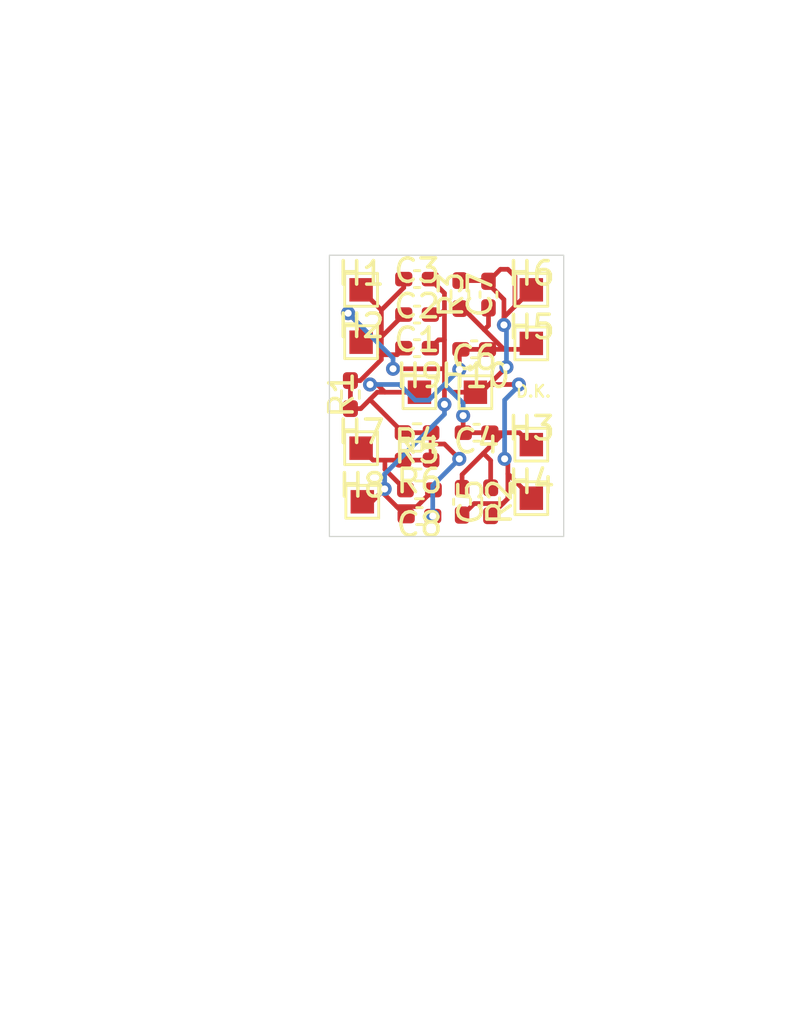
<source format=kicad_pcb>
(kicad_pcb (version 20241229) (generator "pcbnew") (generator_version "9.0")
  (layers (0 "F.Cu" signal) (2 "B.Cu" signal) (13 "F.Paste" user) (15 "B.Paste" user) (5 "F.SilkS" user "F.Silkscreen") (7 "B.SilkS" user "B.Silkscreen") (1 "F.Mask" user) (3 "B.Mask" user) (25 "Edge.Cuts" user))
  (net 0 "")
  (net 1 "GND")
  (net 2 "+")
  (footprint "Capacitor_SMD:C_0402_1005Metric_Pad0.74x0.62mm_HandSolder" (layer "F.Cu") (at 170.7896 52.6796 90)
    (property "Reference" "C7" (at 0 -0.36 90) (layer "F.SilkS"))
    (property "Value" "2.2u")
    (fp_line (start -0.115835 -0.36) (end 0.115835 -0.36) (stroke (width 0.12)) (layer "F.SilkS"))
    (fp_line (start -0.115835 0.36) (end 0.115835 0.36) (stroke (width 0.12)) (layer "F.SilkS"))
    (pad "1" smd roundrect (at -0.5675 0 90) (size 0.735 0.62) (layers "F.Cu" "F.Mask" "F.Paste") (net 2 "+"))
    (pad "2" smd roundrect (at 0.5675 0 90) (size 0.735 0.62) (layers "F.Cu" "F.Mask" "F.Paste") (net 1 "GND"))
  )
  (footprint "TestPoint:TestPoint_Pad_1.0x1.0mm" (layer "F.Cu") (at 165.354 54.7116)
    (property "Reference" "H2" (at 0 -0.7 0) (layer "F.SilkS"))
    (property "Value" "- MountingHole_Pad")
    (fp_line (start -0.7 -0.7) (end 0.7 -0.7) (stroke (width 0.12)) (layer "F.SilkS"))
    (fp_line (start -0.7 0.7) (end -0.7 -0.7) (stroke (width 0.12)) (layer "F.SilkS"))
    (fp_line (start 0.7 -0.7) (end 0.7 0.7) (stroke (width 0.12)) (layer "F.SilkS"))
    (fp_line (start 0.7 0.7) (end -0.7 0.7) (stroke (width 0.12)) (layer "F.SilkS"))
    (pad "1" smd rect (at 0 0) (size 1 1) (layers "F.Cu" "F.Mask"))
  )
  (footprint "Resistor_SMD:R_0402_1005Metric_Pad0.72x0.64mm_HandSolder" (layer "F.Cu") (at 170.8825 61.5188 -90)
    (property "Reference" "R2" (at 0 -0.38 90) (layer "F.SilkS"))
    (property "Value" "22R")
    (fp_line (start -0.167621 0.38) (end 0.167621 0.38) (stroke (width 0.12)) (layer "F.SilkS"))
    (fp_line (start -0.167621 -0.38) (end 0.167621 -0.38) (stroke (width 0.12)) (layer "F.SilkS"))
    (pad "1" smd roundrect (at -0.5975 0 270) (size 0.715 0.64) (layers "F.Cu" "F.Mask" "F.Paste") (net 2 "+"))
    (pad "2" smd roundrect (at 0.5975 0 270) (size 0.715 0.64) (layers "F.Cu" "F.Mask" "F.Paste") (net 1 "GND"))
  )
  (footprint "Capacitor_SMD:C_0402_1005Metric_Pad0.74x0.62mm_HandSolder" (layer "F.Cu") (at 169.6633 61.5188 -90)
    (property "Reference" "C5" (at 0 -0.36 90) (layer "F.SilkS"))
    (property "Value" "4.7u")
    (fp_line (start -0.115835 0.36) (end 0.115835 0.36) (stroke (width 0.12)) (layer "F.SilkS"))
    (fp_line (start -0.115835 -0.36) (end 0.115835 -0.36) (stroke (width 0.12)) (layer "F.SilkS"))
    (pad "1" smd roundrect (at -0.5675 0 270) (size 0.735 0.62) (layers "F.Cu" "F.Mask" "F.Paste") (net 2 "+"))
    (pad "2" smd roundrect (at 0.5675 0 270) (size 0.735 0.62) (layers "F.Cu" "F.Mask" "F.Paste") (net 1 "GND"))
  )
  (footprint "TestPoint:TestPoint_Pad_1.0x1.0mm" (layer "F.Cu") (at 165.4048 61.5188)
    (property "Reference" "H8" (at 0 -0.7 0) (layer "F.SilkS"))
    (property "Value" "-  MountingHole_Pad")
    (fp_line (start -0.7 -0.7) (end 0.7 -0.7) (stroke (width 0.12)) (layer "F.SilkS"))
    (fp_line (start -0.7 0.7) (end -0.7 -0.7) (stroke (width 0.12)) (layer "F.SilkS"))
    (fp_line (start 0.7 -0.7) (end 0.7 0.7) (stroke (width 0.12)) (layer "F.SilkS"))
    (fp_line (start 0.7 0.7) (end -0.7 0.7) (stroke (width 0.12)) (layer "F.SilkS"))
    (pad "1" smd rect (at 0 0) (size 1 1) (layers "F.Cu" "F.Mask"))
  )
  (footprint "TestPoint:TestPoint_Pad_1.0x1.0mm" (layer "F.Cu") (at 172.6184 61.3664)
    (property "Reference" "H4" (at 0 -0.7 0) (layer "F.SilkS"))
    (property "Value" "- MountingHole_Pad")
    (fp_line (start -0.7 -0.7) (end 0.7 -0.7) (stroke (width 0.12)) (layer "F.SilkS"))
    (fp_line (start -0.7 0.7) (end -0.7 -0.7) (stroke (width 0.12)) (layer "F.SilkS"))
    (fp_line (start 0.7 -0.7) (end 0.7 0.7) (stroke (width 0.12)) (layer "F.SilkS"))
    (fp_line (start 0.7 0.7) (end -0.7 0.7) (stroke (width 0.12)) (layer "F.SilkS"))
    (pad "1" smd rect (at 0 0) (size 1 1) (layers "F.Cu" "F.Mask"))
  )
  (footprint "Resistor_SMD:R_0402_1005Metric_Pad0.72x0.64mm_HandSolder" (layer "F.Cu") (at 169.5704 52.6796 90)
    (property "Reference" "R3" (at 0 -0.38 90) (layer "F.SilkS"))
    (property "Value" "10000R")
    (fp_line (start -0.167621 -0.38) (end 0.167621 -0.38) (stroke (width 0.12)) (layer "F.SilkS"))
    (fp_line (start -0.167621 0.38) (end 0.167621 0.38) (stroke (width 0.12)) (layer "F.SilkS"))
    (pad "1" smd roundrect (at -0.5975 0 90) (size 0.715 0.64) (layers "F.Cu" "F.Mask" "F.Paste") (net 2 "+"))
    (pad "2" smd roundrect (at 0.5975 0 90) (size 0.715 0.64) (layers "F.Cu" "F.Mask" "F.Paste") (net 1 "GND"))
  )
  (footprint "Capacitor_SMD:C_0402_1005Metric_Pad0.74x0.62mm_HandSolder" (layer "F.Cu") (at 167.7416 54.9656)
    (property "Reference" "C1" (at 0 -0.36 0) (layer "F.SilkS"))
    (property "Value" "100u")
    (fp_line (start -0.115835 -0.36) (end 0.115835 -0.36) (stroke (width 0.12)) (layer "F.SilkS"))
    (fp_line (start -0.115835 0.36) (end 0.115835 0.36) (stroke (width 0.12)) (layer "F.SilkS"))
    (pad "1" smd roundrect (at -0.5675 0) (size 0.735 0.62) (layers "F.Cu" "F.Mask" "F.Paste") (net 2 "+"))
    (pad "2" smd roundrect (at 0.5675 0) (size 0.735 0.62) (layers "F.Cu" "F.Mask" "F.Paste") (net 1 "GND"))
  )
  (footprint "Capacitor_SMD:C_0402_1005Metric_Pad0.74x0.62mm_HandSolder" (layer "F.Cu") (at 170.2816 58.5724 180)
    (property "Reference" "C4" (at 0 -0.36 0) (layer "F.SilkS"))
    (property "Value" "0.027u")
    (fp_line (start -0.115835 0.36) (end 0.115835 0.36) (stroke (width 0.12)) (layer "F.SilkS"))
    (fp_line (start -0.115835 -0.36) (end 0.115835 -0.36) (stroke (width 0.12)) (layer "F.SilkS"))
    (pad "1" smd roundrect (at -0.5675 0 180) (size 0.735 0.62) (layers "F.Cu" "F.Mask" "F.Paste") (net 2 "+"))
    (pad "2" smd roundrect (at 0.5675 0 180) (size 0.735 0.62) (layers "F.Cu" "F.Mask" "F.Paste") (net 2 "+"))
  )
  (footprint "TestPoint:TestPoint_Pad_1.0x1.0mm" (layer "F.Cu") (at 165.354 52.4764)
    (property "Reference" "H1" (at 0 -0.7 0) (layer "F.SilkS"))
    (property "Value" "+ MountingHole_Pad")
    (fp_line (start -0.7 -0.7) (end 0.7 -0.7) (stroke (width 0.12)) (layer "F.SilkS"))
    (fp_line (start -0.7 0.7) (end -0.7 -0.7) (stroke (width 0.12)) (layer "F.SilkS"))
    (fp_line (start 0.7 -0.7) (end 0.7 0.7) (stroke (width 0.12)) (layer "F.SilkS"))
    (fp_line (start 0.7 0.7) (end -0.7 0.7) (stroke (width 0.12)) (layer "F.SilkS"))
    (pad "1" smd rect (at 0 0) (size 1 1) (layers "F.Cu" "F.Mask") (net 2 "+"))
  )
  (footprint "TestPoint:TestPoint_Pad_1.0x1.0mm" (layer "F.Cu") (at 167.8432 56.8452)
    (property "Reference" "H9" (at 0 -0.7 0) (layer "F.SilkS"))
    (property "Value" "+ MountingHole_Pad")
    (fp_line (start -0.7 -0.7) (end 0.7 -0.7) (stroke (width 0.12)) (layer "F.SilkS"))
    (fp_line (start -0.7 0.7) (end -0.7 -0.7) (stroke (width 0.12)) (layer "F.SilkS"))
    (fp_line (start 0.7 -0.7) (end 0.7 0.7) (stroke (width 0.12)) (layer "F.SilkS"))
    (fp_line (start 0.7 0.7) (end -0.7 0.7) (stroke (width 0.12)) (layer "F.SilkS"))
    (pad "1" smd rect (at 0 0) (size 1 1) (layers "F.Cu" "F.Mask") (net 2 "+"))
  )
  (footprint "Capacitor_SMD:C_0402_1005Metric_Pad0.74x0.62mm_HandSolder" (layer "F.Cu") (at 167.7416 53.532)
    (property "Reference" "C2" (at 0 -0.36 0) (layer "F.SilkS"))
    (property "Value" "100u")
    (fp_line (start -0.115835 -0.36) (end 0.115835 -0.36) (stroke (width 0.12)) (layer "F.SilkS"))
    (fp_line (start -0.115835 0.36) (end 0.115835 0.36) (stroke (width 0.12)) (layer "F.SilkS"))
    (pad "1" smd roundrect (at -0.5675 0) (size 0.735 0.62) (layers "F.Cu" "F.Mask" "F.Paste") (net 2 "+"))
    (pad "2" smd roundrect (at 0.5675 0) (size 0.735 0.62) (layers "F.Cu" "F.Mask" "F.Paste") (net 1 "GND"))
  )
  (footprint "Resistor_SMD:R_0402_1005Metric_Pad0.72x0.64mm_HandSolder" (layer "F.Cu") (at 167.7416 58.5724 180)
    (property "Reference" "R4" (at 0 -0.38 0) (layer "F.SilkS"))
    (property "Value" "6800R")
    (fp_line (start -0.167621 0.38) (end 0.167621 0.38) (stroke (width 0.12)) (layer "F.SilkS"))
    (fp_line (start -0.167621 -0.38) (end 0.167621 -0.38) (stroke (width 0.12)) (layer "F.SilkS"))
    (pad "1" smd roundrect (at -0.5975 0 180) (size 0.715 0.64) (layers "F.Cu" "F.Mask" "F.Paste") (net 2 "+"))
    (pad "2" smd roundrect (at 0.5975 0 180) (size 0.715 0.64) (layers "F.Cu" "F.Mask" "F.Paste") (net 2 "+"))
  )
  (footprint "TestPoint:TestPoint_Pad_1.0x1.0mm" (layer "F.Cu") (at 172.6184 52.4764)
    (property "Reference" "H6" (at 0 -0.7 0) (layer "F.SilkS"))
    (property "Value" "- MountingHole_Pad")
    (fp_line (start -0.7 -0.7) (end 0.7 -0.7) (stroke (width 0.12)) (layer "F.SilkS"))
    (fp_line (start -0.7 0.7) (end -0.7 -0.7) (stroke (width 0.12)) (layer "F.SilkS"))
    (fp_line (start 0.7 -0.7) (end 0.7 0.7) (stroke (width 0.12)) (layer "F.SilkS"))
    (fp_line (start 0.7 0.7) (end -0.7 0.7) (stroke (width 0.12)) (layer "F.SilkS"))
    (pad "1" smd rect (at 0 0) (size 1 1) (layers "F.Cu" "F.Mask"))
  )
  (footprint "TestPoint:TestPoint_Pad_1.0x1.0mm" (layer "F.Cu") (at 170.2308 56.8452)
    (property "Reference" "H10" (at 0 -0.7 0) (layer "F.SilkS"))
    (property "Value" "MountingHole_Pad")
    (fp_line (start -0.7 -0.7) (end 0.7 -0.7) (stroke (width 0.12)) (layer "F.SilkS"))
    (fp_line (start -0.7 0.7) (end -0.7 -0.7) (stroke (width 0.12)) (layer "F.SilkS"))
    (fp_line (start 0.7 -0.7) (end 0.7 0.7) (stroke (width 0.12)) (layer "F.SilkS"))
    (fp_line (start 0.7 0.7) (end -0.7 0.7) (stroke (width 0.12)) (layer "F.SilkS"))
    (pad "1" smd rect (at 0 0) (size 1 1) (layers "F.Cu" "F.Mask"))
  )
  (footprint "Capacitor_SMD:C_0402_1005Metric_Pad0.74x0.62mm_HandSolder" (layer "F.Cu") (at 170.18 55.0164 180)
    (property "Reference" "C6" (at 0 -0.36 0) (layer "F.SilkS"))
    (property "Value" "0.008u")
    (fp_line (start -0.115835 0.36) (end 0.115835 0.36) (stroke (width 0.12)) (layer "F.SilkS"))
    (fp_line (start -0.115835 -0.36) (end 0.115835 -0.36) (stroke (width 0.12)) (layer "F.SilkS"))
    (pad "1" smd roundrect (at -0.5675 0 180) (size 0.735 0.62) (layers "F.Cu" "F.Mask" "F.Paste") (net 2 "+"))
    (pad "2" smd roundrect (at 0.5675 0 180) (size 0.735 0.62) (layers "F.Cu" "F.Mask" "F.Paste") (net 2 "+"))
  )
  (footprint "TestPoint:TestPoint_Pad_1.0x1.0mm" (layer "F.Cu") (at 172.6184 54.7624)
    (property "Reference" "H5" (at 0 -0.7 0) (layer "F.SilkS"))
    (property "Value" "+ MountingHole_Pad")
    (fp_line (start -0.7 -0.7) (end 0.7 -0.7) (stroke (width 0.12)) (layer "F.SilkS"))
    (fp_line (start -0.7 0.7) (end -0.7 -0.7) (stroke (width 0.12)) (layer "F.SilkS"))
    (fp_line (start 0.7 -0.7) (end 0.7 0.7) (stroke (width 0.12)) (layer "F.SilkS"))
    (fp_line (start 0.7 0.7) (end -0.7 0.7) (stroke (width 0.12)) (layer "F.SilkS"))
    (pad "1" smd rect (at 0 0) (size 1 1) (layers "F.Cu" "F.Mask") (net 2 "+"))
  )
  (footprint "TestPoint:TestPoint_Pad_1.0x1.0mm" (layer "F.Cu") (at 172.6184 59.0804)
    (property "Reference" "H3" (at 0 -0.7 0) (layer "F.SilkS"))
    (property "Value" "+ MountingHole_Pad")
    (fp_line (start -0.7 -0.7) (end 0.7 -0.7) (stroke (width 0.12)) (layer "F.SilkS"))
    (fp_line (start -0.7 0.7) (end -0.7 -0.7) (stroke (width 0.12)) (layer "F.SilkS"))
    (fp_line (start 0.7 -0.7) (end 0.7 0.7) (stroke (width 0.12)) (layer "F.SilkS"))
    (fp_line (start 0.7 0.7) (end -0.7 0.7) (stroke (width 0.12)) (layer "F.SilkS"))
    (pad "1" smd rect (at 0 0) (size 1 1) (layers "F.Cu" "F.Mask") (net 2 "+"))
  )
  (footprint "TestPoint:TestPoint_Pad_1.0x1.0mm" (layer "F.Cu") (at 165.354 59.2328)
    (property "Reference" "H7" (at 0 -0.7 0) (layer "F.SilkS"))
    (property "Value" "+ MountingHole_Pad")
    (fp_line (start -0.7 -0.7) (end 0.7 -0.7) (stroke (width 0.12)) (layer "F.SilkS"))
    (fp_line (start -0.7 0.7) (end -0.7 -0.7) (stroke (width 0.12)) (layer "F.SilkS"))
    (fp_line (start 0.7 -0.7) (end 0.7 0.7) (stroke (width 0.12)) (layer "F.SilkS"))
    (fp_line (start 0.7 0.7) (end -0.7 0.7) (stroke (width 0.12)) (layer "F.SilkS"))
    (pad "1" smd rect (at 0 0) (size 1 1) (layers "F.Cu" "F.Mask") (net 2 "+"))
  )
  (footprint "Resistor_SMD:R_0402_1005Metric_Pad0.72x0.64mm_HandSolder" (layer "F.Cu") (at 164.8968 56.9468 -90)
    (property "Reference" "R1" (at 0 0.38 90) (layer "F.SilkS"))
    (property "Value" "5600R")
    (fp_line (start -0.167621 0.38) (end 0.167621 0.38) (stroke (width 0.12)) (layer "F.SilkS"))
    (fp_line (start -0.167621 -0.38) (end 0.167621 -0.38) (stroke (width 0.12)) (layer "F.SilkS"))
    (pad "1" smd roundrect (at -0.5975 0 270) (size 0.715 0.64) (layers "F.Cu" "F.Mask" "F.Paste") (net 2 "+"))
    (pad "2" smd roundrect (at 0.5975 0 270) (size 0.715 0.64) (layers "F.Cu" "F.Mask" "F.Paste") (net 2 "+"))
  )
  (footprint "Capacitor_SMD:C_0402_1005Metric_Pad0.74x0.62mm_HandSolder" (layer "F.Cu") (at 167.8432 62.1284 180)
    (property "Reference" "C8" (at 0 -0.36 0) (layer "F.SilkS"))
    (property "Value" "10u")
    (fp_line (start -0.115835 0.36) (end 0.115835 0.36) (stroke (width 0.12)) (layer "F.SilkS"))
    (fp_line (start -0.115835 -0.36) (end 0.115835 -0.36) (stroke (width 0.12)) (layer "F.SilkS"))
    (pad "1" smd roundrect (at -0.5675 0 180) (size 0.735 0.62) (layers "F.Cu" "F.Mask" "F.Paste") (net 2 "+"))
    (pad "2" smd roundrect (at 0.5675 0 180) (size 0.735 0.62) (layers "F.Cu" "F.Mask" "F.Paste") (net 1 "GND"))
  )
  (footprint "Resistor_SMD:R_0402_1005Metric_Pad0.72x0.64mm_HandSolder" (layer "F.Cu") (at 167.8432 61.0108)
    (property "Reference" "R6" (at 0 -0.38 0) (layer "F.SilkS"))
    (property "Value" "6.8R")
    (fp_line (start -0.167621 -0.38) (end 0.167621 -0.38) (stroke (width 0.12)) (layer "F.SilkS"))
    (fp_line (start -0.167621 0.38) (end 0.167621 0.38) (stroke (width 0.12)) (layer "F.SilkS"))
    (pad "1" smd roundrect (at -0.5975 0) (size 0.715 0.64) (layers "F.Cu" "F.Mask" "F.Paste") (net 2 "+"))
    (pad "2" smd roundrect (at 0.5975 0) (size 0.715 0.64) (layers "F.Cu" "F.Mask" "F.Paste") (net 1 "GND"))
  )
  (footprint "Resistor_SMD:R_0402_1005Metric_Pad0.72x0.64mm_HandSolder" (layer "F.Cu") (at 167.7416 59.7408)
    (property "Reference" "R5" (at 0 -0.38 0) (layer "F.SilkS"))
    (property "Value" "0.092R")
    (fp_line (start -0.167621 -0.38) (end 0.167621 -0.38) (stroke (width 0.12)) (layer "F.SilkS"))
    (fp_line (start -0.167621 0.38) (end 0.167621 0.38) (stroke (width 0.12)) (layer "F.SilkS"))
    (pad "1" smd roundrect (at -0.5975 0) (size 0.715 0.64) (layers "F.Cu" "F.Mask" "F.Paste") (net 2 "+"))
    (pad "2" smd roundrect (at 0.5975 0) (size 0.715 0.64) (layers "F.Cu" "F.Mask" "F.Paste") (net 2 "+"))
  )
  (footprint "Capacitor_SMD:C_0402_1005Metric_Pad0.74x0.62mm_HandSolder" (layer "F.Cu") (at 167.7416 52.0192)
    (property "Reference" "C3" (at 0 -0.36 0) (layer "F.SilkS"))
    (property "Value" "100u")
    (fp_line (start -0.115835 -0.36) (end 0.115835 -0.36) (stroke (width 0.12)) (layer "F.SilkS"))
    (fp_line (start -0.115835 0.36) (end 0.115835 0.36) (stroke (width 0.12)) (layer "F.SilkS"))
    (pad "1" smd roundrect (at -0.5675 0) (size 0.735 0.62) (layers "F.Cu" "F.Mask" "F.Paste") (net 2 "+"))
    (pad "2" smd roundrect (at 0.5675 0) (size 0.735 0.62) (layers "F.Cu" "F.Mask" "F.Paste") (net 1 "GND"))
  )
  (gr_rect (start 164 51) (end 174 63) (stroke (width 0.05)) (fill no) (layer "Edge.Cuts"))
  (gr_text "D.K." (at 171.9072 57.0992 0) (layer "F.SilkS") (effects (font (size 0.5 0.5) (thickness 0.1)) (justify left bottom)))
  (segment (start 165.354 54.027477) (end 164.8 53.473477) (width 0.2) (layer "F.Cu") (net 1))
  (segment (start 165.354 54.7116) (end 165.354 54.027477) (width 0.2) (layer "F.Cu") (net 1))
  (segment (start 171.45 53.975) (end 171.45 53.6448) (width 0.2) (layer "F.Cu") (net 1))
  (segment (start 166.358185 61.210885) (end 166.358185 60.971815) (width 0.2) (layer "F.Cu") (net 1))
  (segment (start 171.6184 59.826733) (end 171.478301 59.686634) (width 0.2) (layer "F.Cu") (net 1))
  (segment (start 172.6184 61.325) (end 171.6184 60.325) (width 0.2) (layer "F.Cu") (net 1))
  (segment (start 171.45 53.6448) (end 171.9199 53.1749) (width 0.2) (layer "F.Cu") (net 1))
  (segment (start 168.4407 61.0108) (end 167.72515 61.72635) (width 0.2) (layer "F.Cu") (net 1))
  (segment (start 171.6184 61.3804) (end 171.6184 60.325) (width 0.2) (layer "F.Cu") (net 1))
  (segment (start 166.87365 61.72635) (end 166.358185 61.210885) (width 0.2) (layer "F.Cu") (net 1))
  (segment (start 168.91 54.61) (end 168.91 53.34) (width 0.2) (layer "F.Cu") (net 1))
  (segment (start 168.91 55.88) (end 168.91 54.61) (width 0.2) (layer "F.Cu") (net 1))
  (segment (start 165.4048 61.5188) (end 165.8112 61.5188) (width 0.2) (layer "F.Cu") (net 1))
  (segment (start 168.718 53.532) (end 168.3091 53.532) (width 0.2) (layer "F.Cu") (net 1))
  (segment (start 168.91 53.34) (end 168.91 52.6201) (width 0.2) (layer "F.Cu") (net 1))
  (segment (start 171.616 51.601) (end 171.3007 51.601) (width 0.2) (layer "F.Cu") (net 1))
  (segment (start 169.6633 62.0863) (end 169.6887 62.0863) (width 0.2) (layer "F.Cu") (net 1))
  (segment (start 168.91 57.36353) (end 168.91 56.515) (width 0.2) (layer "F.Cu") (net 1))
  (segment (start 170.8825 62.1163) (end 171.6184 61.3804) (width 0.2) (layer "F.Cu") (net 1))
  (segment (start 167.72515 61.72635) (end 166.87365 61.72635) (width 0.2) (layer "F.Cu") (net 1))
  (segment (start 172.6184 61.3664) (end 172.6184 61.325) (width 0.2) (layer "F.Cu") (net 1))
  (segment (start 165.8112 61.5188) (end 166.358185 60.971815) (width 0.2) (layer "F.Cu") (net 1))
  (segment (start 168.91 52.6201) (end 168.3091 52.0192) (width 0.2) (layer "F.Cu") (net 1))
  (segment (start 166.716243 55.845) (end 166.716441 55.845198) (width 0.2) (layer "F.Cu") (net 1))
  (segment (start 168.875198 55.845198) (end 168.91 55.88) (width 0.2) (layer "F.Cu") (net 1))
  (segment (start 170.641276 52.0821) (end 169.5704 52.0821) (width 0.2) (layer "F.Cu") (net 1))
  (segment (start 167.2757 62.1284) (end 166.87365 61.72635) (width 0.2) (layer "F.Cu") (net 1))
  (segment (start 168.91 56.515) (end 168.91 55.88) (width 0.2) (layer "F.Cu") (net 1))
  (segment (start 168.91 53.34) (end 168.718 53.532) (width 0.2) (layer "F.Cu") (net 1))
  (segment (start 171.45 53.975) (end 171.45 52.890824) (width 0.2) (layer "F.Cu") (net 1))
  (segment (start 171.9199 51.9049) (end 171.616 51.601) (width 0.2) (layer "F.Cu") (net 1))
  (segment (start 166.716441 55.845198) (end 168.875198 55.845198) (width 0.2) (layer "F.Cu") (net 1))
  (segment (start 171.9199 53.1749) (end 171.9199 51.9049) (width 0.2) (layer "F.Cu") (net 1))
  (segment (start 171.9199 53.1749) (end 172.6184 52.4764) (width 0.2) (layer "F.Cu") (net 1))
  (segment (start 170.4848 56.8452) (end 170.815 56.515) (width 0.2) (layer "F.Cu") (net 1))
  (segment (start 170.2308 56.8452) (end 169.2402 56.8452) (width 0.2) (layer "F.Cu") (net 1))
  (segment (start 170.18 61.595) (end 171.4038 61.595) (width 0.2) (layer "F.Cu") (net 1))
  (segment (start 170.2308 56.8452) (end 170.4848 56.8452) (width 0.2) (layer "F.Cu") (net 1))
  (segment (start 171.4038 61.595) (end 171.6184 61.3804) (width 0.2) (layer "F.Cu") (net 1))
  (segment (start 172.085 56.515) (end 170.815 56.515) (width 0.2) (layer "F.Cu") (net 1))
  (segment (start 169.2402 56.8452) (end 168.91 56.515) (width 0.2) (layer "F.Cu") (net 1))
  (segment (start 168.6647 54.61) (end 168.3091 54.9656) (width 0.2) (layer "F.Cu") (net 1))
  (segment (start 171.6184 60.325) (end 171.6184 59.826733) (width 0.2) (layer "F.Cu") (net 1))
  (segment (start 170.815 56.515) (end 171.556765 55.773235) (width 0.2) (layer "F.Cu") (net 1))
  (segment (start 169.6887 62.0863) (end 170.18 61.595) (width 0.2) (layer "F.Cu") (net 1))
  (segment (start 171.3007 51.601) (end 170.7896 52.1121) (width 0.2) (layer "F.Cu") (net 1))
  (segment (start 168.91 54.61) (end 168.6647 54.61) (width 0.2) (layer "F.Cu") (net 1))
  (segment (start 171.45 52.890824) (end 170.641276 52.0821) (width 0.2) (layer "F.Cu") (net 1))
  (via (at 166.716243 55.845) (size 0.6) (drill 0.3) (layers "F.Cu" "B.Cu") (net 1))
  (via (at 166.358185 60.971815) (size 0.6) (drill 0.3) (layers "F.Cu" "B.Cu") (net 1))
  (via (at 172.085 56.515) (size 0.6) (drill 0.3) (layers "F.Cu" "B.Cu") (net 1))
  (via (at 171.45 53.975) (size 0.6) (drill 0.3) (layers "F.Cu" "B.Cu") (net 1))
  (via (at 171.478301 59.686634) (size 0.6) (drill 0.3) (layers "F.Cu" "B.Cu") (net 1))
  (via (at 168.91 57.36353) (size 0.6) (drill 0.3) (layers "F.Cu" "B.Cu") (net 1))
  (via (at 171.556765 55.773235) (size 0.6) (drill 0.3) (layers "F.Cu" "B.Cu") (net 1))
  (via (at 164.8 53.473477) (size 0.6) (drill 0.3) (layers "F.Cu" "B.Cu") (net 1))
  (segment (start 171.556765 54.081765) (end 171.556765 55.773235) (width 0.2) (layer "B.Cu") (net 1))
  (segment (start 168.91 57.785) (end 166.358185 60.336815) (width 0.2) (layer "B.Cu") (net 1))
  (segment (start 171.45 53.975) (end 171.556765 54.081765) (width 0.2) (layer "B.Cu") (net 1))
  (segment (start 166.358185 60.336815) (end 166.358185 60.971815) (width 0.2) (layer "B.Cu") (net 1))
  (segment (start 171.478301 57.178301) (end 171.478301 59.686634) (width 0.2) (layer "B.Cu") (net 1))
  (segment (start 166.716243 55.38972) (end 164.8 53.473477) (width 0.2) (layer "B.Cu") (net 1))
  (segment (start 166.716243 55.845) (end 166.716243 55.38972) (width 0.2) (layer "B.Cu") (net 1))
  (segment (start 172.085 56.571602) (end 171.478301 57.178301) (width 0.2) (layer "B.Cu") (net 1))
  (segment (start 172.085 56.515) (end 172.085 56.571602) (width 0.2) (layer "B.Cu") (net 1))
  (segment (start 168.91 57.36353) (end 168.91 57.785) (width 0.2) (layer "B.Cu") (net 1))
  (segment (start 168.3391 59.055) (end 168.91 59.055) (width 0.2) (layer "F.Cu") (net 2))
  (segment (start 166.37 60.1351) (end 167.2457 61.0108) (width 0.2) (layer "F.Cu") (net 2))
  (segment (start 166.37 59.7408) (end 166.37 60.1351) (width 0.2) (layer "F.Cu") (net 2))
  (segment (start 166.0398 56.515) (end 166.37 56.8452) (width 0.2) (layer "F.Cu") (net 2))
  (segment (start 165.735 56.515) (end 166.0398 56.515) (width 0.2) (layer "F.Cu") (net 2))
  (segment (start 166.2176 55.245) (end 166.2176 54.61) (width 0.2) (layer "F.Cu") (net 2))
  (segment (start 170.5737 59.4487) (end 169.6633 60.3591) (width 0.2) (layer "F.Cu") (net 2))
  (segment (start 169.545 55.0839) (end 169.6125 55.0164) (width 0.2) (layer "F.Cu") (net 2))
  (segment (start 166.2176 54.61) (end 166.2176 53.34) (width 0.2) (layer "F.Cu") (net 2))
  (segment (start 166.37 59.7408) (end 165.862 59.7408) (width 0.2) (layer "F.Cu") (net 2))
  (segment (start 167.8432 56.8452) (end 166.37 56.8452) (width 0.2) (layer "F.Cu") (net 2))
  (segment (start 171.45 58.5724) (end 170.5737 59.4487) (width 0.2) (layer "F.Cu") (net 2))
  (segment (start 165.735 57.1633) (end 167.1441 58.5724) (width 0.2) (layer "F.Cu") (net 2))
  (segment (start 170.6118 54.1782) (end 170.7896 54.0004) (width 0.2) (layer "F.Cu") (net 2))
  (segment (start 170.7896 54.0004) (end 170.7896 53.2471) (width 0.2) (layer "F.Cu") (net 2))
  (segment (start 167.1441 59.7408) (end 168.3391 59.7408) (width 0.2) (layer "F.Cu") (net 2))
  (segment (start 165.735 57.15) (end 165.3407 57.5443) (width 0.2) (layer "F.Cu") (net 2))
  (segment (start 166.2176 54.61) (end 166.2176 54.4885) (width 0.2) (layer "F.Cu") (net 2))
  (segment (start 170.6118 54.1782) (end 169.7107 53.2771) (width 0.2) (layer "F.Cu") (net 2))
  (segment (start 169.707772 57.844687) (end 169.707772 58.566072) (width 0.2) (layer "F.Cu") (net 2))
  (segment (start 169.7141 58.5724) (end 170.8491 58.5724) (width 0.2) (layer "F.Cu") (net 2))
  (segment (start 166.0398 56.8452) (end 165.735 57.15) (width 0.2) (layer "F.Cu") (net 2))
  (segment (start 171.45 58.5724) (end 172.1104 58.5724) (width 0.2) (layer "F.Cu") (net 2))
  (segment (start 167.1741 52.3835) (end 167.1741 52.0192) (width 0.2) (layer "F.Cu") (net 2))
  (segment (start 165.3407 57.5443) (end 164.8968 57.5443) (width 0.2) (layer "F.Cu") (net 2))
  (segment (start 169.707772 58.566072) (end 169.7141 58.5724) (width 0.2) (layer "F.Cu") (net 2))
  (segment (start 164.8968 56.3493) (end 165.3183 56.3493) (width 0.2) (layer "F.Cu") (net 2))
  (segment (start 170.7475 55.0164) (end 171.45 55.0164) (width 0.2) (layer "F.Cu") (net 2))
  (segment (start 166.2176 55.45) (end 166.2176 55.245) (width 0.2) (layer "F.Cu") (net 2))
  (segment (start 172.1104 58.5724) (end 172.6184 59.0804) (width 0.2) (layer "F.Cu") (net 2))
  (segment (start 165.735 57.15) (end 165.735 57.1633) (width 0.2) (layer "F.Cu") (net 2))
  (segment (start 171.45 55.0164) (end 170.6118 54.1782) (width 0.2) (layer "F.Cu") (net 2))
  (segment (start 169.545 55.88) (end 169.545 55.0839) (width 0.2) (layer "F.Cu") (net 2))
  (segment (start 172.3644 55.0164) (end 172.6184 54.7624) (width 0.2) (layer "F.Cu") (net 2))
  (segment (start 170.5737 59.4487) (end 170.8825 59.7575) (width 0.2) (layer "F.Cu") (net 2))
  (segment (start 170.8491 58.5724) (end 171.45 58.5724) (width 0.2) (layer "F.Cu") (net 2))
  (segment (start 164.8968 57.5443) (end 164.8968 56.3493) (width 0.2) (layer "F.Cu") (net 2))
  (segment (start 169.6125 55.0164) (end 170.7475 55.0164) (width 0.2) (layer "F.Cu") (net 2))
  (segment (start 166.2176 55.245) (end 166.8947 55.245) (width 0.2) (layer "F.Cu") (net 2))
  (segment (start 168.3391 59.055) (end 168.3391 59.7408) (width 0.2) (layer "F.Cu") (net 2))
  (segment (start 168.91 59.055) (end 169.545 59.69) (width 0.2) (layer "F.Cu") (net 2))
  (segment (start 171.45 55.0164) (end 172.3644 55.0164) (width 0.2) (layer "F.Cu") (net 2))
  (segment (start 165.3183 56.3493) (end 166.2176 55.45) (width 0.2) (layer "F.Cu") (net 2))
  (segment (start 165.862 59.7408) (end 165.354 59.2328) (width 0.2) (layer "F.Cu") (net 2))
  (segment (start 166.2176 53.34) (end 167.1741 52.3835) (width 0.2) (layer "F.Cu") (net 2))
  (segment (start 170.8825 59.7575) (end 170.8825 60.9213) (width 0.2) (layer "F.Cu") (net 2))
  (segment (start 166.2176 53.34) (end 165.354 52.4764) (width 0.2) (layer "F.Cu") (net 2))
  (segment (start 166.37 56.8452) (end 166.0398 56.8452) (width 0.2) (layer "F.Cu") (net 2))
  (segment (start 169.7107 53.2771) (end 169.5704 53.2771) (width 0.2) (layer "F.Cu") (net 2))
  (segment (start 167.1441 58.5724) (end 168.3391 58.5724) (width 0.2) (layer "F.Cu") (net 2))
  (segment (start 168.3391 58.5724) (end 168.3391 59.055) (width 0.2) (layer "F.Cu") (net 2))
  (segment (start 167.1441 59.7408) (end 166.37 59.7408) (width 0.2) (layer "F.Cu") (net 2))
  (segment (start 166.2176 54.4885) (end 167.1741 53.532) (width 0.2) (layer "F.Cu") (net 2))
  (segment (start 169.6633 60.3591) (end 169.6633 60.9513) (width 0.2) (layer "F.Cu") (net 2))
  (segment (start 166.8947 55.245) (end 167.1741 54.9656) (width 0.2) (layer "F.Cu") (net 2))
  (via (at 169.545 55.88) (size 0.6) (drill 0.3) (layers "F.Cu" "B.Cu") (net 2))
  (via (at 169.545 59.69) (size 0.6) (drill 0.3) (layers "F.Cu" "B.Cu") (net 2))
  (via (at 169.707772 57.844687) (size 0.6) (drill 0.3) (layers "F.Cu" "B.Cu") (net 2))
  (via (at 165.735 56.515) (size 0.6) (drill 0.3) (layers "F.Cu" "B.Cu") (net 2))
  (via (at 168.4107 62.1284) (size 0.6) (drill 0.3) (layers "F.Cu" "B.Cu") (net 2))
  (segment (start 168.4107 60.8243) (end 168.4107 62.1284) (width 0.2) (layer "B.Cu") (net 2))
  (segment (start 165.735 56.515) (end 166.992993 56.515) (width 0.2) (layer "B.Cu") (net 2))
  (segment (start 169.707772 57.312772) (end 168.91 56.515) (width 0.2) (layer "B.Cu") (net 2))
  (segment (start 168.241 57.184) (end 168.91 56.515) (width 0.2) (layer "B.Cu") (net 2))
  (segment (start 169.707772 57.844687) (end 169.707772 57.312772) (width 0.2) (layer "B.Cu") (net 2))
  (segment (start 169.545 59.69) (end 168.4107 60.8243) (width 0.2) (layer "B.Cu") (net 2))
  (segment (start 167.661993 57.184) (end 168.241 57.184) (width 0.2) (layer "B.Cu") (net 2))
  (segment (start 169.545 55.88) (end 168.91 56.515) (width 0.2) (layer "B.Cu") (net 2))
  (segment (start 166.992993 56.515) (end 167.661993 57.184) (width 0.2) (layer "B.Cu") (net 2))
)
</source>
